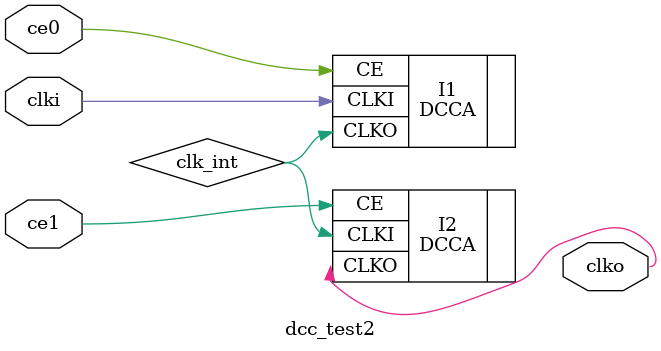
<source format=v>
module dcc_test2(input clki, input ce0, input ce1, output clko);

wire clk_int;

// Despite EPIC claiming more DCCs exist, and the synthesizer accepting
// the LOC constraint, trying to use the other DCCs causes an assertion failure
// during placement!

DCCA I1 (.CLKI (clki), .CE (ce0), .CLKO (clk_int));
DCCA I2 (.CLKI (clk_int), .CE (ce1), .CLKO (clko))  /* synthesis LOC=DCC_R6C14_0B */;

endmodule

</source>
